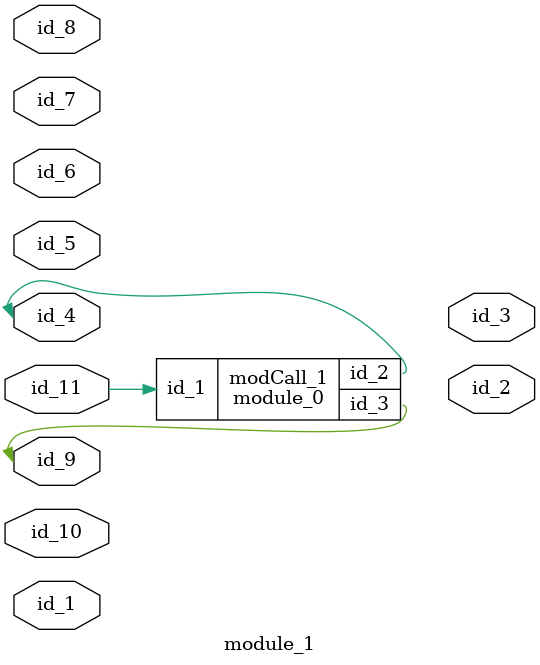
<source format=v>
module module_0 (
    id_1,
    id_2,
    id_3
);
  output wire id_3;
  output wire id_2;
  input wire id_1;
  wire id_4;
  wire id_5;
endmodule
module module_1 (
    id_1,
    id_2,
    id_3,
    id_4,
    id_5,
    id_6,
    id_7,
    id_8,
    id_9,
    id_10,
    id_11
);
  input wire id_11;
  input wire id_10;
  inout wire id_9;
  input wire id_8;
  input wire id_7;
  inout wire id_6;
  input wire id_5;
  inout wire id_4;
  output wire id_3;
  output wire id_2;
  input wire id_1;
  wire id_12;
  module_0 modCall_1 (
      id_11,
      id_4,
      id_9
  );
endmodule

</source>
